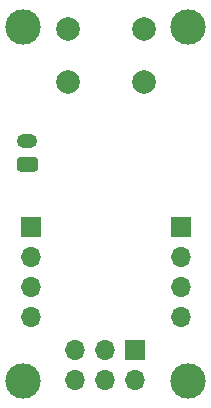
<source format=gbr>
G04 #@! TF.GenerationSoftware,KiCad,Pcbnew,5.0.2+dfsg1-1*
G04 #@! TF.CreationDate,2019-04-22T18:48:39+01:00*
G04 #@! TF.ProjectId,hawk,6861776b-2e6b-4696-9361-645f70636258,rev?*
G04 #@! TF.SameCoordinates,Original*
G04 #@! TF.FileFunction,Copper,L2,Bot*
G04 #@! TF.FilePolarity,Positive*
%FSLAX46Y46*%
G04 Gerber Fmt 4.6, Leading zero omitted, Abs format (unit mm)*
G04 Created by KiCad (PCBNEW 5.0.2+dfsg1-1) date Mon 22 Apr 2019 18:48:39 BST*
%MOMM*%
%LPD*%
G01*
G04 APERTURE LIST*
G04 #@! TA.AperFunction,ComponentPad*
%ADD10C,3.000000*%
G04 #@! TD*
G04 #@! TA.AperFunction,ComponentPad*
%ADD11R,1.700000X1.700000*%
G04 #@! TD*
G04 #@! TA.AperFunction,ComponentPad*
%ADD12O,1.700000X1.700000*%
G04 #@! TD*
G04 #@! TA.AperFunction,Conductor*
%ADD13C,0.100000*%
G04 #@! TD*
G04 #@! TA.AperFunction,ComponentPad*
%ADD14C,1.200000*%
G04 #@! TD*
G04 #@! TA.AperFunction,ComponentPad*
%ADD15O,1.750000X1.200000*%
G04 #@! TD*
G04 #@! TA.AperFunction,ComponentPad*
%ADD16C,2.000000*%
G04 #@! TD*
G04 APERTURE END LIST*
D10*
G04 #@! TO.P,REF\002A\002A,1*
G04 #@! TO.N,N/C*
X158100000Y-94300000D03*
G04 #@! TD*
G04 #@! TO.P,REF\002A\002A,1*
G04 #@! TO.N,N/C*
X144100000Y-94300000D03*
G04 #@! TD*
G04 #@! TO.P,REF\002A\002A,1*
G04 #@! TO.N,N/C*
X144100000Y-64400000D03*
G04 #@! TD*
D11*
G04 #@! TO.P,J0,1*
G04 #@! TO.N,SWDIO*
X153600000Y-91700000D03*
D12*
G04 #@! TO.P,J0,2*
G04 #@! TO.N,+3V3*
X153600000Y-94240000D03*
G04 #@! TO.P,J0,3*
G04 #@! TO.N,SWCLK*
X151060000Y-91700000D03*
G04 #@! TO.P,J0,4*
G04 #@! TO.N,Net-(J0-Pad4)*
X151060000Y-94240000D03*
G04 #@! TO.P,J0,5*
G04 #@! TO.N,reset*
X148520000Y-91700000D03*
G04 #@! TO.P,J0,6*
G04 #@! TO.N,GND*
X148520000Y-94240000D03*
G04 #@! TD*
D11*
G04 #@! TO.P,J1,1*
G04 #@! TO.N,GPIO_1*
X144780000Y-81280000D03*
D12*
G04 #@! TO.P,J1,2*
G04 #@! TO.N,GPIO_2*
X144780000Y-83820000D03*
G04 #@! TO.P,J1,3*
G04 #@! TO.N,GPIO_3*
X144780000Y-86360000D03*
G04 #@! TO.P,J1,4*
G04 #@! TO.N,GPIO_4*
X144780000Y-88900000D03*
G04 #@! TD*
G04 #@! TO.P,J2,4*
G04 #@! TO.N,GPIO_8*
X157480000Y-88900000D03*
G04 #@! TO.P,J2,3*
G04 #@! TO.N,GPIO_7*
X157480000Y-86360000D03*
G04 #@! TO.P,J2,2*
G04 #@! TO.N,GPIO_6*
X157480000Y-83820000D03*
D11*
G04 #@! TO.P,J2,1*
G04 #@! TO.N,GPIO_5*
X157480000Y-81280000D03*
G04 #@! TD*
D13*
G04 #@! TO.N,+BATT*
G04 #@! TO.C,J3*
G36*
X145149505Y-75401204D02*
X145173773Y-75404804D01*
X145197572Y-75410765D01*
X145220671Y-75419030D01*
X145242850Y-75429520D01*
X145263893Y-75442132D01*
X145283599Y-75456747D01*
X145301777Y-75473223D01*
X145318253Y-75491401D01*
X145332868Y-75511107D01*
X145345480Y-75532150D01*
X145355970Y-75554329D01*
X145364235Y-75577428D01*
X145370196Y-75601227D01*
X145373796Y-75625495D01*
X145375000Y-75649999D01*
X145375000Y-76350001D01*
X145373796Y-76374505D01*
X145370196Y-76398773D01*
X145364235Y-76422572D01*
X145355970Y-76445671D01*
X145345480Y-76467850D01*
X145332868Y-76488893D01*
X145318253Y-76508599D01*
X145301777Y-76526777D01*
X145283599Y-76543253D01*
X145263893Y-76557868D01*
X145242850Y-76570480D01*
X145220671Y-76580970D01*
X145197572Y-76589235D01*
X145173773Y-76595196D01*
X145149505Y-76598796D01*
X145125001Y-76600000D01*
X143874999Y-76600000D01*
X143850495Y-76598796D01*
X143826227Y-76595196D01*
X143802428Y-76589235D01*
X143779329Y-76580970D01*
X143757150Y-76570480D01*
X143736107Y-76557868D01*
X143716401Y-76543253D01*
X143698223Y-76526777D01*
X143681747Y-76508599D01*
X143667132Y-76488893D01*
X143654520Y-76467850D01*
X143644030Y-76445671D01*
X143635765Y-76422572D01*
X143629804Y-76398773D01*
X143626204Y-76374505D01*
X143625000Y-76350001D01*
X143625000Y-75649999D01*
X143626204Y-75625495D01*
X143629804Y-75601227D01*
X143635765Y-75577428D01*
X143644030Y-75554329D01*
X143654520Y-75532150D01*
X143667132Y-75511107D01*
X143681747Y-75491401D01*
X143698223Y-75473223D01*
X143716401Y-75456747D01*
X143736107Y-75442132D01*
X143757150Y-75429520D01*
X143779329Y-75419030D01*
X143802428Y-75410765D01*
X143826227Y-75404804D01*
X143850495Y-75401204D01*
X143874999Y-75400000D01*
X145125001Y-75400000D01*
X145149505Y-75401204D01*
X145149505Y-75401204D01*
G37*
D14*
G04 #@! TD*
G04 #@! TO.P,J3,1*
G04 #@! TO.N,+BATT*
X144500000Y-76000000D03*
D15*
G04 #@! TO.P,J3,2*
G04 #@! TO.N,GND*
X144500000Y-74000000D03*
G04 #@! TD*
D16*
G04 #@! TO.P,SW1,2*
G04 #@! TO.N,GND*
X154400000Y-64500000D03*
G04 #@! TO.P,SW1,1*
G04 #@! TO.N,reset*
X154400000Y-69000000D03*
G04 #@! TO.P,SW1,2*
G04 #@! TO.N,GND*
X147900000Y-64500000D03*
G04 #@! TO.P,SW1,1*
G04 #@! TO.N,reset*
X147900000Y-69000000D03*
G04 #@! TD*
D10*
G04 #@! TO.P,REF\002A\002A,1*
G04 #@! TO.N,N/C*
X158100000Y-64400000D03*
G04 #@! TD*
M02*

</source>
